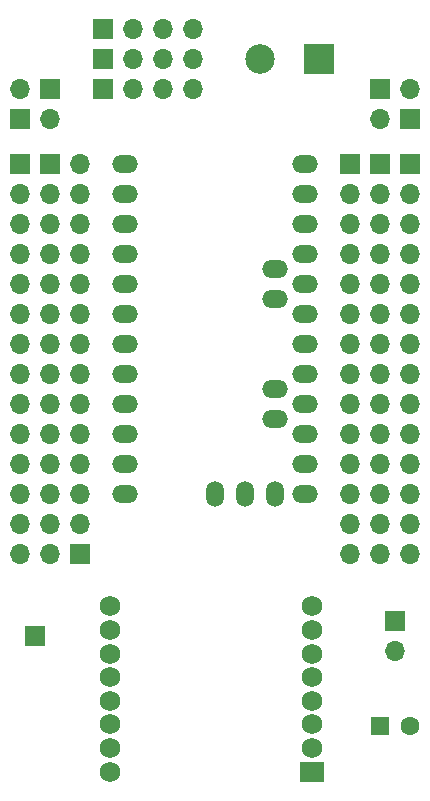
<source format=gbs>
G04 #@! TF.FileFunction,Soldermask,Bot*
%FSLAX46Y46*%
G04 Gerber Fmt 4.6, Leading zero omitted, Abs format (unit mm)*
G04 Created by KiCad (PCBNEW 4.0.6) date 07/21/18 17:07:38*
%MOMM*%
%LPD*%
G01*
G04 APERTURE LIST*
%ADD10C,0.100000*%
%ADD11R,2.000000X1.727200*%
%ADD12C,1.727200*%
%ADD13R,1.700000X1.700000*%
%ADD14O,1.700000X1.700000*%
%ADD15R,1.600000X1.600000*%
%ADD16C,1.600000*%
%ADD17O,2.199640X1.501140*%
%ADD18O,1.501140X2.199640*%
%ADD19R,2.500000X2.500000*%
%ADD20C,2.500000*%
G04 APERTURE END LIST*
D10*
D11*
X145385000Y-116235000D03*
D12*
X145385000Y-114235000D03*
X145385000Y-112235000D03*
X145385000Y-110235000D03*
X145385000Y-108235000D03*
X145385000Y-106235000D03*
X145385000Y-104235000D03*
X145385000Y-102235000D03*
X128285000Y-102235000D03*
X128285000Y-104235000D03*
X128285000Y-106235000D03*
X128285000Y-108235000D03*
X128285000Y-110235000D03*
X128285000Y-112235000D03*
X128285000Y-114235000D03*
X128285000Y-116235000D03*
D13*
X123190000Y-64770000D03*
D14*
X123190000Y-67310000D03*
X123190000Y-69850000D03*
X123190000Y-72390000D03*
X123190000Y-74930000D03*
X123190000Y-77470000D03*
X123190000Y-80010000D03*
X123190000Y-82550000D03*
X123190000Y-85090000D03*
X123190000Y-87630000D03*
X123190000Y-90170000D03*
X123190000Y-92710000D03*
X123190000Y-95250000D03*
X123190000Y-97790000D03*
D15*
X151130000Y-112395000D03*
D16*
X153630000Y-112395000D03*
D17*
X142240000Y-83820000D03*
X142240000Y-86360000D03*
X129540000Y-64770000D03*
X129540000Y-67310000D03*
X129540000Y-69850000D03*
X129540000Y-72390000D03*
X129540000Y-74930000D03*
X129540000Y-77470000D03*
X129540000Y-80010000D03*
X129540000Y-82550000D03*
X129540000Y-85090000D03*
X129540000Y-87630000D03*
X129540000Y-90170000D03*
X129540000Y-92710000D03*
X144780000Y-92710000D03*
X144780000Y-90170000D03*
X144780000Y-87630000D03*
X144780000Y-85090000D03*
X144780000Y-82550000D03*
X144780000Y-80010000D03*
X144780000Y-77470000D03*
X144780000Y-74930000D03*
X144780000Y-72390000D03*
X144780000Y-69850000D03*
X144780000Y-67310000D03*
X144780000Y-64770000D03*
X142240000Y-76200000D03*
X142240000Y-73660000D03*
D18*
X142240000Y-92710000D03*
X139700000Y-92710000D03*
X137160000Y-92710000D03*
D13*
X120650000Y-64770000D03*
D14*
X120650000Y-67310000D03*
X120650000Y-69850000D03*
X120650000Y-72390000D03*
X120650000Y-74930000D03*
X120650000Y-77470000D03*
X120650000Y-80010000D03*
X120650000Y-82550000D03*
X120650000Y-85090000D03*
X120650000Y-87630000D03*
X120650000Y-90170000D03*
X120650000Y-92710000D03*
X120650000Y-95250000D03*
X120650000Y-97790000D03*
D13*
X125730000Y-97790000D03*
D14*
X125730000Y-95250000D03*
X125730000Y-92710000D03*
X125730000Y-90170000D03*
X125730000Y-87630000D03*
X125730000Y-85090000D03*
X125730000Y-82550000D03*
X125730000Y-80010000D03*
X125730000Y-77470000D03*
X125730000Y-74930000D03*
X125730000Y-72390000D03*
X125730000Y-69850000D03*
X125730000Y-67310000D03*
X125730000Y-64770000D03*
D13*
X148590000Y-64770000D03*
D14*
X148590000Y-67310000D03*
X148590000Y-69850000D03*
X148590000Y-72390000D03*
X148590000Y-74930000D03*
X148590000Y-77470000D03*
X148590000Y-80010000D03*
X148590000Y-82550000D03*
X148590000Y-85090000D03*
X148590000Y-87630000D03*
X148590000Y-90170000D03*
X148590000Y-92710000D03*
X148590000Y-95250000D03*
X148590000Y-97790000D03*
D13*
X151130000Y-64770000D03*
D14*
X151130000Y-67310000D03*
X151130000Y-69850000D03*
X151130000Y-72390000D03*
X151130000Y-74930000D03*
X151130000Y-77470000D03*
X151130000Y-80010000D03*
X151130000Y-82550000D03*
X151130000Y-85090000D03*
X151130000Y-87630000D03*
X151130000Y-90170000D03*
X151130000Y-92710000D03*
X151130000Y-95250000D03*
X151130000Y-97790000D03*
D13*
X153670000Y-64770000D03*
D14*
X153670000Y-67310000D03*
X153670000Y-69850000D03*
X153670000Y-72390000D03*
X153670000Y-74930000D03*
X153670000Y-77470000D03*
X153670000Y-80010000D03*
X153670000Y-82550000D03*
X153670000Y-85090000D03*
X153670000Y-87630000D03*
X153670000Y-90170000D03*
X153670000Y-92710000D03*
X153670000Y-95250000D03*
X153670000Y-97790000D03*
D13*
X153670000Y-60960000D03*
D14*
X153670000Y-58420000D03*
D13*
X120650000Y-60960000D03*
D14*
X120650000Y-58420000D03*
D13*
X151130000Y-58420000D03*
D14*
X151130000Y-60960000D03*
D13*
X123190000Y-58420000D03*
D14*
X123190000Y-60960000D03*
D19*
X145970000Y-55880000D03*
D20*
X140970000Y-55880000D03*
D13*
X121920000Y-104775000D03*
X152400000Y-103505000D03*
D14*
X152400000Y-106045000D03*
D13*
X127635000Y-53340000D03*
D14*
X130175000Y-53340000D03*
X132715000Y-53340000D03*
X135255000Y-53340000D03*
D13*
X127635000Y-55880000D03*
D14*
X130175000Y-55880000D03*
X132715000Y-55880000D03*
X135255000Y-55880000D03*
D13*
X127635000Y-58420000D03*
D14*
X130175000Y-58420000D03*
X132715000Y-58420000D03*
X135255000Y-58420000D03*
M02*

</source>
